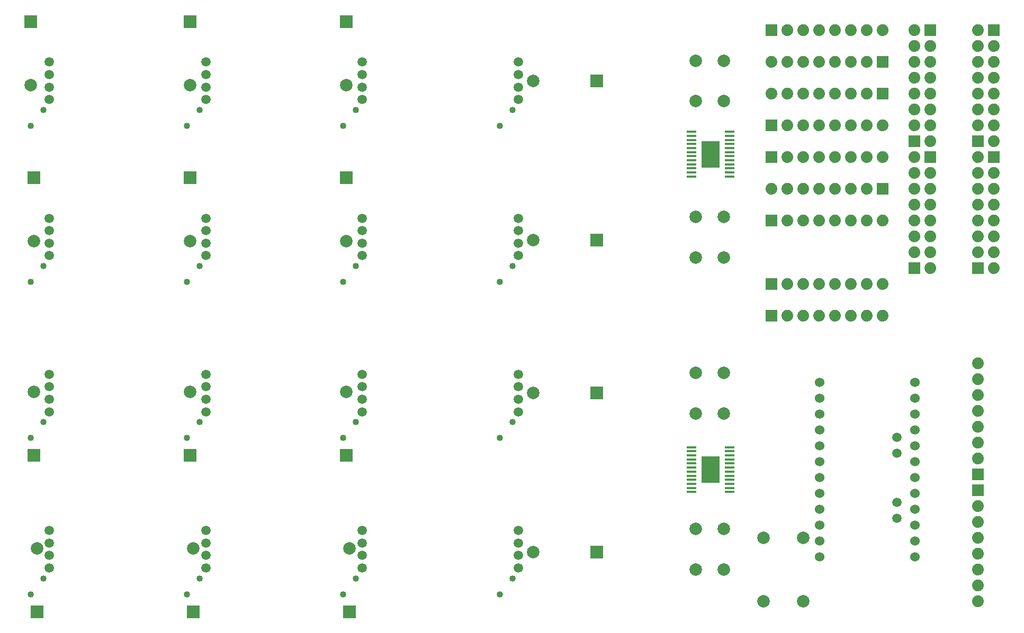
<source format=gbs>
G04 #@! TF.FileFunction,Soldermask,Bot*
%FSLAX46Y46*%
G04 Gerber Fmt 4.6, Leading zero omitted, Abs format (unit mm)*
G04 Created by KiCad (PCBNEW 4.0.4-stable) date 11/18/16 11:44:02*
%MOMM*%
%LPD*%
G01*
G04 APERTURE LIST*
%ADD10C,0.100000*%
%ADD11C,1.998980*%
%ADD12R,1.998980X1.998980*%
%ADD13R,1.879600X1.879600*%
%ADD14C,1.879600*%
%ADD15C,1.508000*%
%ADD16C,1.016000*%
%ADD17C,2.000000*%
%ADD18R,1.650000X0.400000*%
%ADD19R,3.000000X4.320000*%
%ADD20C,1.524000*%
%ADD21C,1.500000*%
G04 APERTURE END LIST*
D10*
D11*
X70502540Y-138840000D03*
D12*
X70502540Y-149000000D03*
D11*
X70005040Y-113840000D03*
D12*
X70005040Y-124000000D03*
D11*
X69999960Y-89660000D03*
D12*
X69999960Y-79500000D03*
D11*
X69499960Y-64660000D03*
D12*
X69499960Y-54500000D03*
D11*
X95500040Y-138840000D03*
D12*
X95500040Y-149000000D03*
D11*
X95002540Y-113840000D03*
D12*
X95002540Y-124000000D03*
D11*
X94994960Y-89660000D03*
D12*
X94994960Y-79500000D03*
D11*
X94999960Y-64660000D03*
D12*
X94999960Y-54500000D03*
D11*
X120502540Y-138840000D03*
D12*
X120502540Y-149000000D03*
D11*
X120002540Y-113840000D03*
D12*
X120002540Y-124000000D03*
D11*
X119997460Y-89660000D03*
D12*
X119997460Y-79500000D03*
D11*
X120000460Y-64660000D03*
D12*
X120000460Y-54500000D03*
D11*
X149840000Y-139497460D03*
D12*
X160000000Y-139497460D03*
D11*
X149840000Y-114000460D03*
D12*
X160000000Y-114000460D03*
D11*
X149840000Y-89497460D03*
D12*
X160000000Y-89497460D03*
D11*
X149840000Y-63997460D03*
D12*
X160000000Y-63997460D03*
D13*
X213360000Y-55880000D03*
D14*
X213360000Y-58420000D03*
X213360000Y-60960000D03*
X213360000Y-63500000D03*
X213360000Y-66040000D03*
X213360000Y-68580000D03*
X213360000Y-71120000D03*
X213360000Y-73660000D03*
D13*
X210820000Y-73660000D03*
D14*
X210820000Y-71120000D03*
X210820000Y-68580000D03*
X210820000Y-66040000D03*
X210820000Y-63500000D03*
X210820000Y-60960000D03*
X210820000Y-58420000D03*
X210820000Y-55880000D03*
D15*
X72500000Y-140000000D03*
X72500000Y-138000000D03*
X72500000Y-136000000D03*
X72500000Y-142000000D03*
X72500000Y-115000000D03*
X72500000Y-113000000D03*
X72500000Y-111000000D03*
X72500000Y-117000000D03*
X97500000Y-140000000D03*
X97500000Y-138000000D03*
X97500000Y-136000000D03*
X97500000Y-142000000D03*
D16*
X96519000Y-143672000D03*
X94487000Y-146212000D03*
D15*
X97500000Y-115000000D03*
X97500000Y-113000000D03*
X97500000Y-111000000D03*
X97500000Y-117000000D03*
D16*
X96519000Y-118672000D03*
X94487000Y-121212000D03*
X71519000Y-143672000D03*
X69487000Y-146212000D03*
X71519000Y-118672000D03*
X69487000Y-121212000D03*
D15*
X72500000Y-90000000D03*
X72500000Y-88000000D03*
X72500000Y-86000000D03*
X72500000Y-92000000D03*
X72500000Y-65000000D03*
X72500000Y-63000000D03*
X72500000Y-61000000D03*
X72500000Y-67000000D03*
X97500000Y-90000000D03*
X97500000Y-88000000D03*
X97500000Y-86000000D03*
X97500000Y-92000000D03*
D16*
X96519000Y-93672000D03*
X94487000Y-96212000D03*
D15*
X97500000Y-65000000D03*
X97500000Y-63000000D03*
X97500000Y-61000000D03*
X97500000Y-67000000D03*
D16*
X96519000Y-68672000D03*
X94487000Y-71212000D03*
X71519000Y-93672000D03*
X69487000Y-96212000D03*
X71519000Y-68672000D03*
X69487000Y-71212000D03*
D15*
X122500000Y-140000000D03*
X122500000Y-138000000D03*
X122500000Y-136000000D03*
X122500000Y-142000000D03*
X122500000Y-115000000D03*
X122500000Y-113000000D03*
X122500000Y-111000000D03*
X122500000Y-117000000D03*
X147500000Y-140000000D03*
X147500000Y-138000000D03*
X147500000Y-136000000D03*
X147500000Y-142000000D03*
D16*
X146519000Y-143672000D03*
X144487000Y-146212000D03*
D15*
X147500000Y-115000000D03*
X147500000Y-113000000D03*
X147500000Y-111000000D03*
X147500000Y-117000000D03*
D16*
X146519000Y-118672000D03*
X144487000Y-121212000D03*
X121519000Y-143672000D03*
X119487000Y-146212000D03*
X121519000Y-118672000D03*
X119487000Y-121212000D03*
D15*
X122500000Y-90000000D03*
X122500000Y-88000000D03*
X122500000Y-86000000D03*
X122500000Y-92000000D03*
X122500000Y-65000000D03*
X122500000Y-63000000D03*
X122500000Y-61000000D03*
X122500000Y-67000000D03*
X147500000Y-90000000D03*
X147500000Y-88000000D03*
X147500000Y-86000000D03*
X147500000Y-92000000D03*
D16*
X146519000Y-93672000D03*
X144487000Y-96212000D03*
D15*
X147500000Y-65000000D03*
X147500000Y-63000000D03*
X147500000Y-61000000D03*
X147500000Y-67000000D03*
D16*
X146519000Y-68672000D03*
X144487000Y-71212000D03*
X121519000Y-93672000D03*
X119487000Y-96212000D03*
X121519000Y-68672000D03*
X119487000Y-71212000D03*
D17*
X180320000Y-142270000D03*
X175820000Y-142270000D03*
X180320000Y-135770000D03*
X175820000Y-135770000D03*
X180320000Y-117270000D03*
X175820000Y-117270000D03*
X180320000Y-110770000D03*
X175820000Y-110770000D03*
X180320000Y-92270000D03*
X175820000Y-92270000D03*
X180320000Y-85770000D03*
X175820000Y-85770000D03*
X180320000Y-67270000D03*
X175820000Y-67270000D03*
X180320000Y-60770000D03*
X175820000Y-60770000D03*
D18*
X175200000Y-72175000D03*
X175200000Y-72825000D03*
X175200000Y-73475000D03*
X175200000Y-74775000D03*
X175200000Y-74125000D03*
X175200000Y-75425000D03*
X175200000Y-76075000D03*
X175200000Y-76725000D03*
X175200000Y-77375000D03*
X175200000Y-78025000D03*
X181300000Y-72175000D03*
X181300000Y-72825000D03*
X181300000Y-73475000D03*
X181300000Y-74125000D03*
X181300000Y-74775000D03*
X181300000Y-75425000D03*
X181300000Y-76075000D03*
X181300000Y-76725000D03*
X181300000Y-77375000D03*
X181300000Y-78025000D03*
X181300000Y-78675000D03*
X181300000Y-79325000D03*
X175200000Y-79325000D03*
X175200000Y-78675000D03*
D19*
X178250000Y-75750000D03*
D18*
X175200000Y-122675000D03*
X175200000Y-123325000D03*
X175200000Y-123975000D03*
X175200000Y-125275000D03*
X175200000Y-124625000D03*
X175200000Y-125925000D03*
X175200000Y-126575000D03*
X175200000Y-127225000D03*
X175200000Y-127875000D03*
X175200000Y-128525000D03*
X181300000Y-122675000D03*
X181300000Y-123325000D03*
X181300000Y-123975000D03*
X181300000Y-124625000D03*
X181300000Y-125275000D03*
X181300000Y-125925000D03*
X181300000Y-126575000D03*
X181300000Y-127225000D03*
X181300000Y-127875000D03*
X181300000Y-128525000D03*
X181300000Y-129175000D03*
X181300000Y-129825000D03*
X175200000Y-129825000D03*
X175200000Y-129175000D03*
D19*
X178250000Y-126250000D03*
D20*
X195681000Y-112283000D03*
X195681000Y-114823000D03*
X195681000Y-117363000D03*
X195681000Y-119903000D03*
X195681000Y-122443000D03*
X195681000Y-124983000D03*
X195681000Y-127523000D03*
X195681000Y-130063000D03*
X195681000Y-132603000D03*
X195681000Y-135143000D03*
X195681000Y-137683000D03*
X195681000Y-140223000D03*
X210921000Y-112283000D03*
X210921000Y-114823000D03*
X210921000Y-117363000D03*
X210921000Y-119903000D03*
X210921000Y-122443000D03*
X210921000Y-124983000D03*
X210921000Y-127523000D03*
X210921000Y-130063000D03*
X210921000Y-132603000D03*
X210921000Y-135143000D03*
X210921000Y-137683000D03*
X210921000Y-140223000D03*
D21*
X208000000Y-121046000D03*
X208000000Y-123586000D03*
X208000000Y-131460000D03*
X208000000Y-134000000D03*
D13*
X187960000Y-96520000D03*
D14*
X190500000Y-96520000D03*
X193040000Y-96520000D03*
X195580000Y-96520000D03*
X198120000Y-96520000D03*
X200660000Y-96520000D03*
X203200000Y-96520000D03*
X205740000Y-96520000D03*
D13*
X213360000Y-76200000D03*
D14*
X213360000Y-78740000D03*
X213360000Y-81280000D03*
X213360000Y-83820000D03*
X213360000Y-86360000D03*
X213360000Y-88900000D03*
X213360000Y-91440000D03*
X213360000Y-93980000D03*
D13*
X210820000Y-93980000D03*
D14*
X210820000Y-91440000D03*
X210820000Y-88900000D03*
X210820000Y-86360000D03*
X210820000Y-83820000D03*
X210820000Y-81280000D03*
X210820000Y-78740000D03*
X210820000Y-76200000D03*
D13*
X187960000Y-76200000D03*
D14*
X190500000Y-76200000D03*
X193040000Y-76200000D03*
X195580000Y-76200000D03*
X198120000Y-76200000D03*
X200660000Y-76200000D03*
X203200000Y-76200000D03*
X205740000Y-76200000D03*
D13*
X205740000Y-81280000D03*
D14*
X203200000Y-81280000D03*
X200660000Y-81280000D03*
X198120000Y-81280000D03*
X195580000Y-81280000D03*
X193040000Y-81280000D03*
X190500000Y-81280000D03*
X187960000Y-81280000D03*
D13*
X220980000Y-93980000D03*
D14*
X220980000Y-91440000D03*
X220980000Y-88900000D03*
X220980000Y-86360000D03*
X220980000Y-83820000D03*
X220980000Y-81280000D03*
X220980000Y-78740000D03*
X220980000Y-76200000D03*
D13*
X223520000Y-76200000D03*
D14*
X223520000Y-78740000D03*
X223520000Y-81280000D03*
X223520000Y-83820000D03*
X223520000Y-86360000D03*
X223520000Y-88900000D03*
X223520000Y-91440000D03*
X223520000Y-93980000D03*
D13*
X205740000Y-60960000D03*
D14*
X203200000Y-60960000D03*
X200660000Y-60960000D03*
X198120000Y-60960000D03*
X195580000Y-60960000D03*
X193040000Y-60960000D03*
X190500000Y-60960000D03*
X187960000Y-60960000D03*
D13*
X187960000Y-55880000D03*
D14*
X190500000Y-55880000D03*
X193040000Y-55880000D03*
X195580000Y-55880000D03*
X198120000Y-55880000D03*
X200660000Y-55880000D03*
X203200000Y-55880000D03*
X205740000Y-55880000D03*
D13*
X223520000Y-55880000D03*
D14*
X223520000Y-58420000D03*
X223520000Y-60960000D03*
X223520000Y-63500000D03*
X223520000Y-66040000D03*
X223520000Y-68580000D03*
X223520000Y-71120000D03*
X223520000Y-73660000D03*
D13*
X220980000Y-73660000D03*
D14*
X220980000Y-71120000D03*
X220980000Y-68580000D03*
X220980000Y-66040000D03*
X220980000Y-63500000D03*
X220980000Y-60960000D03*
X220980000Y-58420000D03*
X220980000Y-55880000D03*
D13*
X205740000Y-66040000D03*
D14*
X203200000Y-66040000D03*
X200660000Y-66040000D03*
X198120000Y-66040000D03*
X195580000Y-66040000D03*
X193040000Y-66040000D03*
X190500000Y-66040000D03*
X187960000Y-66040000D03*
D13*
X187960000Y-71120000D03*
D14*
X190500000Y-71120000D03*
X193040000Y-71120000D03*
X195580000Y-71120000D03*
X198120000Y-71120000D03*
X200660000Y-71120000D03*
X203200000Y-71120000D03*
X205740000Y-71120000D03*
D13*
X187960000Y-101600000D03*
D14*
X190500000Y-101600000D03*
X193040000Y-101600000D03*
X195580000Y-101600000D03*
X198120000Y-101600000D03*
X200660000Y-101600000D03*
X203200000Y-101600000D03*
X205740000Y-101600000D03*
D13*
X187960000Y-86360000D03*
D14*
X190500000Y-86360000D03*
X193040000Y-86360000D03*
X195580000Y-86360000D03*
X198120000Y-86360000D03*
X200660000Y-86360000D03*
X203200000Y-86360000D03*
X205740000Y-86360000D03*
D13*
X220980000Y-127000000D03*
D14*
X220980000Y-124460000D03*
X220980000Y-121920000D03*
X220980000Y-119380000D03*
X220980000Y-116840000D03*
X220980000Y-114300000D03*
X220980000Y-111760000D03*
X220980000Y-109220000D03*
D13*
X220980000Y-129540000D03*
D14*
X220980000Y-132080000D03*
X220980000Y-134620000D03*
X220980000Y-137160000D03*
X220980000Y-139700000D03*
X220980000Y-142240000D03*
X220980000Y-144780000D03*
X220980000Y-147320000D03*
D11*
X193040000Y-147320000D03*
X193040000Y-137160000D03*
X186690000Y-137160000D03*
X186690000Y-147320000D03*
M02*

</source>
